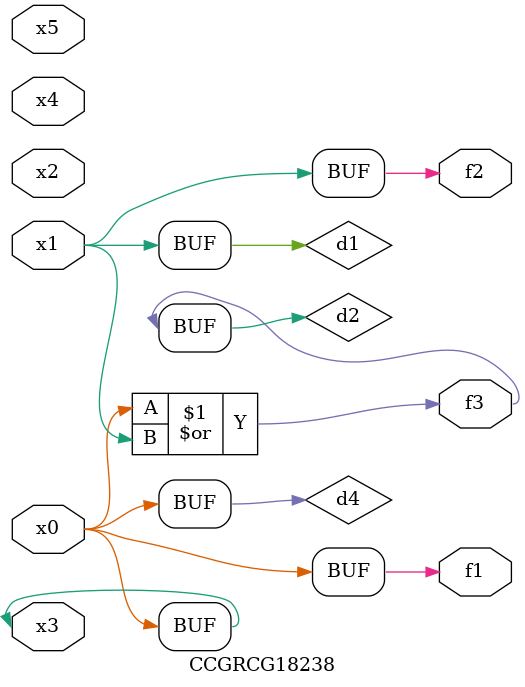
<source format=v>
module CCGRCG18238(
	input x0, x1, x2, x3, x4, x5,
	output f1, f2, f3
);

	wire d1, d2, d3, d4;

	and (d1, x1);
	or (d2, x0, x1);
	nand (d3, x0, x5);
	buf (d4, x0, x3);
	assign f1 = d4;
	assign f2 = d1;
	assign f3 = d2;
endmodule

</source>
